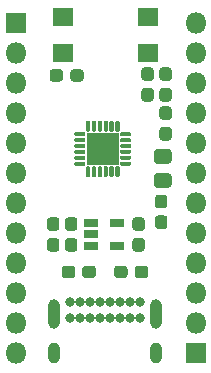
<source format=gbr>
%TF.GenerationSoftware,KiCad,Pcbnew,5.1.6+dfsg1-1~bpo10+1*%
%TF.CreationDate,2020-06-11T12:11:48-07:00*%
%TF.ProjectId,samd11d14_usb-c,73616d64-3131-4643-9134-5f7573622d63,rev?*%
%TF.SameCoordinates,Original*%
%TF.FileFunction,Soldermask,Top*%
%TF.FilePolarity,Negative*%
%FSLAX46Y46*%
G04 Gerber Fmt 4.6, Leading zero omitted, Abs format (unit mm)*
G04 Created by KiCad (PCBNEW 5.1.6+dfsg1-1~bpo10+1) date 2020-06-11 12:11:48*
%MOMM*%
%LPD*%
G01*
G04 APERTURE LIST*
%ADD10R,2.701600X2.701600*%
%ADD11R,1.161600X0.751600*%
%ADD12R,1.701600X1.501600*%
%ADD13O,1.801600X1.801600*%
%ADD14R,1.801600X1.801600*%
%ADD15O,1.001600X1.801600*%
%ADD16O,1.001600X2.501600*%
%ADD17C,0.801600*%
G04 APERTURE END LIST*
D10*
%TO.C,U102*%
X116586000Y-104648000D03*
G36*
G01*
X115160200Y-103085900D02*
X115160200Y-102335100D01*
G75*
G02*
X115248100Y-102247200I87900J0D01*
G01*
X115423900Y-102247200D01*
G75*
G02*
X115511800Y-102335100I0J-87900D01*
G01*
X115511800Y-103085900D01*
G75*
G02*
X115423900Y-103173800I-87900J0D01*
G01*
X115248100Y-103173800D01*
G75*
G02*
X115160200Y-103085900I0J87900D01*
G01*
G37*
G36*
G01*
X115660200Y-103085900D02*
X115660200Y-102335100D01*
G75*
G02*
X115748100Y-102247200I87900J0D01*
G01*
X115923900Y-102247200D01*
G75*
G02*
X116011800Y-102335100I0J-87900D01*
G01*
X116011800Y-103085900D01*
G75*
G02*
X115923900Y-103173800I-87900J0D01*
G01*
X115748100Y-103173800D01*
G75*
G02*
X115660200Y-103085900I0J87900D01*
G01*
G37*
G36*
G01*
X116160200Y-103085900D02*
X116160200Y-102335100D01*
G75*
G02*
X116248100Y-102247200I87900J0D01*
G01*
X116423900Y-102247200D01*
G75*
G02*
X116511800Y-102335100I0J-87900D01*
G01*
X116511800Y-103085900D01*
G75*
G02*
X116423900Y-103173800I-87900J0D01*
G01*
X116248100Y-103173800D01*
G75*
G02*
X116160200Y-103085900I0J87900D01*
G01*
G37*
G36*
G01*
X116660200Y-103085900D02*
X116660200Y-102335100D01*
G75*
G02*
X116748100Y-102247200I87900J0D01*
G01*
X116923900Y-102247200D01*
G75*
G02*
X117011800Y-102335100I0J-87900D01*
G01*
X117011800Y-103085900D01*
G75*
G02*
X116923900Y-103173800I-87900J0D01*
G01*
X116748100Y-103173800D01*
G75*
G02*
X116660200Y-103085900I0J87900D01*
G01*
G37*
G36*
G01*
X117160200Y-103085900D02*
X117160200Y-102335100D01*
G75*
G02*
X117248100Y-102247200I87900J0D01*
G01*
X117423900Y-102247200D01*
G75*
G02*
X117511800Y-102335100I0J-87900D01*
G01*
X117511800Y-103085900D01*
G75*
G02*
X117423900Y-103173800I-87900J0D01*
G01*
X117248100Y-103173800D01*
G75*
G02*
X117160200Y-103085900I0J87900D01*
G01*
G37*
G36*
G01*
X117660200Y-103085900D02*
X117660200Y-102335100D01*
G75*
G02*
X117748100Y-102247200I87900J0D01*
G01*
X117923900Y-102247200D01*
G75*
G02*
X118011800Y-102335100I0J-87900D01*
G01*
X118011800Y-103085900D01*
G75*
G02*
X117923900Y-103173800I-87900J0D01*
G01*
X117748100Y-103173800D01*
G75*
G02*
X117660200Y-103085900I0J87900D01*
G01*
G37*
G36*
G01*
X118060200Y-103485900D02*
X118060200Y-103310100D01*
G75*
G02*
X118148100Y-103222200I87900J0D01*
G01*
X118898900Y-103222200D01*
G75*
G02*
X118986800Y-103310100I0J-87900D01*
G01*
X118986800Y-103485900D01*
G75*
G02*
X118898900Y-103573800I-87900J0D01*
G01*
X118148100Y-103573800D01*
G75*
G02*
X118060200Y-103485900I0J87900D01*
G01*
G37*
G36*
G01*
X118060200Y-103985900D02*
X118060200Y-103810100D01*
G75*
G02*
X118148100Y-103722200I87900J0D01*
G01*
X118898900Y-103722200D01*
G75*
G02*
X118986800Y-103810100I0J-87900D01*
G01*
X118986800Y-103985900D01*
G75*
G02*
X118898900Y-104073800I-87900J0D01*
G01*
X118148100Y-104073800D01*
G75*
G02*
X118060200Y-103985900I0J87900D01*
G01*
G37*
G36*
G01*
X118060200Y-104485900D02*
X118060200Y-104310100D01*
G75*
G02*
X118148100Y-104222200I87900J0D01*
G01*
X118898900Y-104222200D01*
G75*
G02*
X118986800Y-104310100I0J-87900D01*
G01*
X118986800Y-104485900D01*
G75*
G02*
X118898900Y-104573800I-87900J0D01*
G01*
X118148100Y-104573800D01*
G75*
G02*
X118060200Y-104485900I0J87900D01*
G01*
G37*
G36*
G01*
X118060200Y-104985900D02*
X118060200Y-104810100D01*
G75*
G02*
X118148100Y-104722200I87900J0D01*
G01*
X118898900Y-104722200D01*
G75*
G02*
X118986800Y-104810100I0J-87900D01*
G01*
X118986800Y-104985900D01*
G75*
G02*
X118898900Y-105073800I-87900J0D01*
G01*
X118148100Y-105073800D01*
G75*
G02*
X118060200Y-104985900I0J87900D01*
G01*
G37*
G36*
G01*
X118060200Y-105485900D02*
X118060200Y-105310100D01*
G75*
G02*
X118148100Y-105222200I87900J0D01*
G01*
X118898900Y-105222200D01*
G75*
G02*
X118986800Y-105310100I0J-87900D01*
G01*
X118986800Y-105485900D01*
G75*
G02*
X118898900Y-105573800I-87900J0D01*
G01*
X118148100Y-105573800D01*
G75*
G02*
X118060200Y-105485900I0J87900D01*
G01*
G37*
G36*
G01*
X118060200Y-105985900D02*
X118060200Y-105810100D01*
G75*
G02*
X118148100Y-105722200I87900J0D01*
G01*
X118898900Y-105722200D01*
G75*
G02*
X118986800Y-105810100I0J-87900D01*
G01*
X118986800Y-105985900D01*
G75*
G02*
X118898900Y-106073800I-87900J0D01*
G01*
X118148100Y-106073800D01*
G75*
G02*
X118060200Y-105985900I0J87900D01*
G01*
G37*
G36*
G01*
X117660200Y-106960900D02*
X117660200Y-106210100D01*
G75*
G02*
X117748100Y-106122200I87900J0D01*
G01*
X117923900Y-106122200D01*
G75*
G02*
X118011800Y-106210100I0J-87900D01*
G01*
X118011800Y-106960900D01*
G75*
G02*
X117923900Y-107048800I-87900J0D01*
G01*
X117748100Y-107048800D01*
G75*
G02*
X117660200Y-106960900I0J87900D01*
G01*
G37*
G36*
G01*
X117160200Y-106960900D02*
X117160200Y-106210100D01*
G75*
G02*
X117248100Y-106122200I87900J0D01*
G01*
X117423900Y-106122200D01*
G75*
G02*
X117511800Y-106210100I0J-87900D01*
G01*
X117511800Y-106960900D01*
G75*
G02*
X117423900Y-107048800I-87900J0D01*
G01*
X117248100Y-107048800D01*
G75*
G02*
X117160200Y-106960900I0J87900D01*
G01*
G37*
G36*
G01*
X116660200Y-106960900D02*
X116660200Y-106210100D01*
G75*
G02*
X116748100Y-106122200I87900J0D01*
G01*
X116923900Y-106122200D01*
G75*
G02*
X117011800Y-106210100I0J-87900D01*
G01*
X117011800Y-106960900D01*
G75*
G02*
X116923900Y-107048800I-87900J0D01*
G01*
X116748100Y-107048800D01*
G75*
G02*
X116660200Y-106960900I0J87900D01*
G01*
G37*
G36*
G01*
X116160200Y-106960900D02*
X116160200Y-106210100D01*
G75*
G02*
X116248100Y-106122200I87900J0D01*
G01*
X116423900Y-106122200D01*
G75*
G02*
X116511800Y-106210100I0J-87900D01*
G01*
X116511800Y-106960900D01*
G75*
G02*
X116423900Y-107048800I-87900J0D01*
G01*
X116248100Y-107048800D01*
G75*
G02*
X116160200Y-106960900I0J87900D01*
G01*
G37*
G36*
G01*
X115660200Y-106960900D02*
X115660200Y-106210100D01*
G75*
G02*
X115748100Y-106122200I87900J0D01*
G01*
X115923900Y-106122200D01*
G75*
G02*
X116011800Y-106210100I0J-87900D01*
G01*
X116011800Y-106960900D01*
G75*
G02*
X115923900Y-107048800I-87900J0D01*
G01*
X115748100Y-107048800D01*
G75*
G02*
X115660200Y-106960900I0J87900D01*
G01*
G37*
G36*
G01*
X115160200Y-106960900D02*
X115160200Y-106210100D01*
G75*
G02*
X115248100Y-106122200I87900J0D01*
G01*
X115423900Y-106122200D01*
G75*
G02*
X115511800Y-106210100I0J-87900D01*
G01*
X115511800Y-106960900D01*
G75*
G02*
X115423900Y-107048800I-87900J0D01*
G01*
X115248100Y-107048800D01*
G75*
G02*
X115160200Y-106960900I0J87900D01*
G01*
G37*
G36*
G01*
X114185200Y-105985900D02*
X114185200Y-105810100D01*
G75*
G02*
X114273100Y-105722200I87900J0D01*
G01*
X115023900Y-105722200D01*
G75*
G02*
X115111800Y-105810100I0J-87900D01*
G01*
X115111800Y-105985900D01*
G75*
G02*
X115023900Y-106073800I-87900J0D01*
G01*
X114273100Y-106073800D01*
G75*
G02*
X114185200Y-105985900I0J87900D01*
G01*
G37*
G36*
G01*
X114185200Y-105485900D02*
X114185200Y-105310100D01*
G75*
G02*
X114273100Y-105222200I87900J0D01*
G01*
X115023900Y-105222200D01*
G75*
G02*
X115111800Y-105310100I0J-87900D01*
G01*
X115111800Y-105485900D01*
G75*
G02*
X115023900Y-105573800I-87900J0D01*
G01*
X114273100Y-105573800D01*
G75*
G02*
X114185200Y-105485900I0J87900D01*
G01*
G37*
G36*
G01*
X114185200Y-104985900D02*
X114185200Y-104810100D01*
G75*
G02*
X114273100Y-104722200I87900J0D01*
G01*
X115023900Y-104722200D01*
G75*
G02*
X115111800Y-104810100I0J-87900D01*
G01*
X115111800Y-104985900D01*
G75*
G02*
X115023900Y-105073800I-87900J0D01*
G01*
X114273100Y-105073800D01*
G75*
G02*
X114185200Y-104985900I0J87900D01*
G01*
G37*
G36*
G01*
X114185200Y-104485900D02*
X114185200Y-104310100D01*
G75*
G02*
X114273100Y-104222200I87900J0D01*
G01*
X115023900Y-104222200D01*
G75*
G02*
X115111800Y-104310100I0J-87900D01*
G01*
X115111800Y-104485900D01*
G75*
G02*
X115023900Y-104573800I-87900J0D01*
G01*
X114273100Y-104573800D01*
G75*
G02*
X114185200Y-104485900I0J87900D01*
G01*
G37*
G36*
G01*
X114185200Y-103985900D02*
X114185200Y-103810100D01*
G75*
G02*
X114273100Y-103722200I87900J0D01*
G01*
X115023900Y-103722200D01*
G75*
G02*
X115111800Y-103810100I0J-87900D01*
G01*
X115111800Y-103985900D01*
G75*
G02*
X115023900Y-104073800I-87900J0D01*
G01*
X114273100Y-104073800D01*
G75*
G02*
X114185200Y-103985900I0J87900D01*
G01*
G37*
G36*
G01*
X114185200Y-103485900D02*
X114185200Y-103310100D01*
G75*
G02*
X114273100Y-103222200I87900J0D01*
G01*
X115023900Y-103222200D01*
G75*
G02*
X115111800Y-103310100I0J-87900D01*
G01*
X115111800Y-103485900D01*
G75*
G02*
X115023900Y-103573800I-87900J0D01*
G01*
X114273100Y-103573800D01*
G75*
G02*
X114185200Y-103485900I0J87900D01*
G01*
G37*
%TD*%
D11*
%TO.C,U101*%
X117813000Y-110937000D03*
X117813000Y-112837000D03*
X115613000Y-112837000D03*
X115613000Y-111887000D03*
X115613000Y-110937000D03*
%TD*%
D12*
%TO.C,SW101*%
X120440000Y-93496000D03*
X113240000Y-93496000D03*
X120440000Y-96496000D03*
X113240000Y-96496000D03*
%TD*%
%TO.C,R106*%
G36*
G01*
X121276100Y-110281200D02*
X121801900Y-110281200D01*
G75*
G02*
X122064800Y-110544100I0J-262900D01*
G01*
X122064800Y-111169900D01*
G75*
G02*
X121801900Y-111432800I-262900J0D01*
G01*
X121276100Y-111432800D01*
G75*
G02*
X121013200Y-111169900I0J262900D01*
G01*
X121013200Y-110544100D01*
G75*
G02*
X121276100Y-110281200I262900J0D01*
G01*
G37*
G36*
G01*
X121276100Y-108531200D02*
X121801900Y-108531200D01*
G75*
G02*
X122064800Y-108794100I0J-262900D01*
G01*
X122064800Y-109419900D01*
G75*
G02*
X121801900Y-109682800I-262900J0D01*
G01*
X121276100Y-109682800D01*
G75*
G02*
X121013200Y-109419900I0J262900D01*
G01*
X121013200Y-108794100D01*
G75*
G02*
X121276100Y-108531200I262900J0D01*
G01*
G37*
%TD*%
%TO.C,R105*%
G36*
G01*
X122182900Y-98887800D02*
X121657100Y-98887800D01*
G75*
G02*
X121394200Y-98624900I0J262900D01*
G01*
X121394200Y-97999100D01*
G75*
G02*
X121657100Y-97736200I262900J0D01*
G01*
X122182900Y-97736200D01*
G75*
G02*
X122445800Y-97999100I0J-262900D01*
G01*
X122445800Y-98624900D01*
G75*
G02*
X122182900Y-98887800I-262900J0D01*
G01*
G37*
G36*
G01*
X122182900Y-100637800D02*
X121657100Y-100637800D01*
G75*
G02*
X121394200Y-100374900I0J262900D01*
G01*
X121394200Y-99749100D01*
G75*
G02*
X121657100Y-99486200I262900J0D01*
G01*
X122182900Y-99486200D01*
G75*
G02*
X122445800Y-99749100I0J-262900D01*
G01*
X122445800Y-100374900D01*
G75*
G02*
X122182900Y-100637800I-262900J0D01*
G01*
G37*
%TD*%
%TO.C,R104*%
G36*
G01*
X122182900Y-102189800D02*
X121657100Y-102189800D01*
G75*
G02*
X121394200Y-101926900I0J262900D01*
G01*
X121394200Y-101301100D01*
G75*
G02*
X121657100Y-101038200I262900J0D01*
G01*
X122182900Y-101038200D01*
G75*
G02*
X122445800Y-101301100I0J-262900D01*
G01*
X122445800Y-101926900D01*
G75*
G02*
X122182900Y-102189800I-262900J0D01*
G01*
G37*
G36*
G01*
X122182900Y-103939800D02*
X121657100Y-103939800D01*
G75*
G02*
X121394200Y-103676900I0J262900D01*
G01*
X121394200Y-103051100D01*
G75*
G02*
X121657100Y-102788200I262900J0D01*
G01*
X122182900Y-102788200D01*
G75*
G02*
X122445800Y-103051100I0J-262900D01*
G01*
X122445800Y-103676900D01*
G75*
G02*
X122182900Y-103939800I-262900J0D01*
G01*
G37*
%TD*%
%TO.C,R103*%
G36*
G01*
X114254800Y-114799100D02*
X114254800Y-115324900D01*
G75*
G02*
X113991900Y-115587800I-262900J0D01*
G01*
X113366100Y-115587800D01*
G75*
G02*
X113103200Y-115324900I0J262900D01*
G01*
X113103200Y-114799100D01*
G75*
G02*
X113366100Y-114536200I262900J0D01*
G01*
X113991900Y-114536200D01*
G75*
G02*
X114254800Y-114799100I0J-262900D01*
G01*
G37*
G36*
G01*
X116004800Y-114799100D02*
X116004800Y-115324900D01*
G75*
G02*
X115741900Y-115587800I-262900J0D01*
G01*
X115116100Y-115587800D01*
G75*
G02*
X114853200Y-115324900I0J262900D01*
G01*
X114853200Y-114799100D01*
G75*
G02*
X115116100Y-114536200I262900J0D01*
G01*
X115741900Y-114536200D01*
G75*
G02*
X116004800Y-114799100I0J-262900D01*
G01*
G37*
%TD*%
%TO.C,R102*%
G36*
G01*
X119298200Y-115324900D02*
X119298200Y-114799100D01*
G75*
G02*
X119561100Y-114536200I262900J0D01*
G01*
X120186900Y-114536200D01*
G75*
G02*
X120449800Y-114799100I0J-262900D01*
G01*
X120449800Y-115324900D01*
G75*
G02*
X120186900Y-115587800I-262900J0D01*
G01*
X119561100Y-115587800D01*
G75*
G02*
X119298200Y-115324900I0J262900D01*
G01*
G37*
G36*
G01*
X117548200Y-115324900D02*
X117548200Y-114799100D01*
G75*
G02*
X117811100Y-114536200I262900J0D01*
G01*
X118436900Y-114536200D01*
G75*
G02*
X118699800Y-114799100I0J-262900D01*
G01*
X118699800Y-115324900D01*
G75*
G02*
X118436900Y-115587800I-262900J0D01*
G01*
X117811100Y-115587800D01*
G75*
G02*
X117548200Y-115324900I0J262900D01*
G01*
G37*
%TD*%
%TO.C,R101*%
G36*
G01*
X112657900Y-111587800D02*
X112132100Y-111587800D01*
G75*
G02*
X111869200Y-111324900I0J262900D01*
G01*
X111869200Y-110699100D01*
G75*
G02*
X112132100Y-110436200I262900J0D01*
G01*
X112657900Y-110436200D01*
G75*
G02*
X112920800Y-110699100I0J-262900D01*
G01*
X112920800Y-111324900D01*
G75*
G02*
X112657900Y-111587800I-262900J0D01*
G01*
G37*
G36*
G01*
X112657900Y-113337800D02*
X112132100Y-113337800D01*
G75*
G02*
X111869200Y-113074900I0J262900D01*
G01*
X111869200Y-112449100D01*
G75*
G02*
X112132100Y-112186200I262900J0D01*
G01*
X112657900Y-112186200D01*
G75*
G02*
X112920800Y-112449100I0J-262900D01*
G01*
X112920800Y-113074900D01*
G75*
G02*
X112657900Y-113337800I-262900J0D01*
G01*
G37*
%TD*%
D13*
%TO.C,J103*%
X124460000Y-93980000D03*
X124460000Y-96520000D03*
X124460000Y-99060000D03*
X124460000Y-101600000D03*
X124460000Y-104140000D03*
X124460000Y-106680000D03*
X124460000Y-109220000D03*
X124460000Y-111760000D03*
X124460000Y-114300000D03*
X124460000Y-116840000D03*
X124460000Y-119380000D03*
D14*
X124460000Y-121920000D03*
%TD*%
D13*
%TO.C,J102*%
X109220000Y-121920000D03*
X109220000Y-119380000D03*
X109220000Y-116840000D03*
X109220000Y-114300000D03*
X109220000Y-111760000D03*
X109220000Y-109220000D03*
X109220000Y-106680000D03*
X109220000Y-104140000D03*
X109220000Y-101600000D03*
X109220000Y-99060000D03*
X109220000Y-96520000D03*
D14*
X109220000Y-93980000D03*
%TD*%
D15*
%TO.C,J101*%
X121092000Y-121962000D03*
X112442000Y-121962000D03*
D16*
X121092000Y-118582000D03*
X112442000Y-118582000D03*
D17*
X117192000Y-118952000D03*
X119742000Y-118952000D03*
X118892000Y-118952000D03*
X118042000Y-118952000D03*
X113792000Y-118952000D03*
X115492000Y-118952000D03*
X116342000Y-118952000D03*
X114642000Y-118952000D03*
X119742000Y-117602000D03*
X118892000Y-117602000D03*
X118042000Y-117602000D03*
X117192000Y-117602000D03*
X116342000Y-117602000D03*
X115492000Y-117602000D03*
X114642000Y-117602000D03*
X113792000Y-117602000D03*
%TD*%
%TO.C,D101*%
G36*
G01*
X122144714Y-105899800D02*
X121187286Y-105899800D01*
G75*
G02*
X120915200Y-105627714I0J272086D01*
G01*
X120915200Y-104920286D01*
G75*
G02*
X121187286Y-104648200I272086J0D01*
G01*
X122144714Y-104648200D01*
G75*
G02*
X122416800Y-104920286I0J-272086D01*
G01*
X122416800Y-105627714D01*
G75*
G02*
X122144714Y-105899800I-272086J0D01*
G01*
G37*
G36*
G01*
X122144714Y-107949800D02*
X121187286Y-107949800D01*
G75*
G02*
X120915200Y-107677714I0J272086D01*
G01*
X120915200Y-106970286D01*
G75*
G02*
X121187286Y-106698200I272086J0D01*
G01*
X122144714Y-106698200D01*
G75*
G02*
X122416800Y-106970286I0J-272086D01*
G01*
X122416800Y-107677714D01*
G75*
G02*
X122144714Y-107949800I-272086J0D01*
G01*
G37*
%TD*%
%TO.C,C104*%
G36*
G01*
X120658900Y-98887800D02*
X120133100Y-98887800D01*
G75*
G02*
X119870200Y-98624900I0J262900D01*
G01*
X119870200Y-97999100D01*
G75*
G02*
X120133100Y-97736200I262900J0D01*
G01*
X120658900Y-97736200D01*
G75*
G02*
X120921800Y-97999100I0J-262900D01*
G01*
X120921800Y-98624900D01*
G75*
G02*
X120658900Y-98887800I-262900J0D01*
G01*
G37*
G36*
G01*
X120658900Y-100637800D02*
X120133100Y-100637800D01*
G75*
G02*
X119870200Y-100374900I0J262900D01*
G01*
X119870200Y-99749100D01*
G75*
G02*
X120133100Y-99486200I262900J0D01*
G01*
X120658900Y-99486200D01*
G75*
G02*
X120921800Y-99749100I0J-262900D01*
G01*
X120921800Y-100374900D01*
G75*
G02*
X120658900Y-100637800I-262900J0D01*
G01*
G37*
%TD*%
%TO.C,C103*%
G36*
G01*
X113837200Y-98687900D02*
X113837200Y-98162100D01*
G75*
G02*
X114100100Y-97899200I262900J0D01*
G01*
X114725900Y-97899200D01*
G75*
G02*
X114988800Y-98162100I0J-262900D01*
G01*
X114988800Y-98687900D01*
G75*
G02*
X114725900Y-98950800I-262900J0D01*
G01*
X114100100Y-98950800D01*
G75*
G02*
X113837200Y-98687900I0J262900D01*
G01*
G37*
G36*
G01*
X112087200Y-98687900D02*
X112087200Y-98162100D01*
G75*
G02*
X112350100Y-97899200I262900J0D01*
G01*
X112975900Y-97899200D01*
G75*
G02*
X113238800Y-98162100I0J-262900D01*
G01*
X113238800Y-98687900D01*
G75*
G02*
X112975900Y-98950800I-262900J0D01*
G01*
X112350100Y-98950800D01*
G75*
G02*
X112087200Y-98687900I0J262900D01*
G01*
G37*
%TD*%
%TO.C,C102*%
G36*
G01*
X119896900Y-111587800D02*
X119371100Y-111587800D01*
G75*
G02*
X119108200Y-111324900I0J262900D01*
G01*
X119108200Y-110699100D01*
G75*
G02*
X119371100Y-110436200I262900J0D01*
G01*
X119896900Y-110436200D01*
G75*
G02*
X120159800Y-110699100I0J-262900D01*
G01*
X120159800Y-111324900D01*
G75*
G02*
X119896900Y-111587800I-262900J0D01*
G01*
G37*
G36*
G01*
X119896900Y-113337800D02*
X119371100Y-113337800D01*
G75*
G02*
X119108200Y-113074900I0J262900D01*
G01*
X119108200Y-112449100D01*
G75*
G02*
X119371100Y-112186200I262900J0D01*
G01*
X119896900Y-112186200D01*
G75*
G02*
X120159800Y-112449100I0J-262900D01*
G01*
X120159800Y-113074900D01*
G75*
G02*
X119896900Y-113337800I-262900J0D01*
G01*
G37*
%TD*%
%TO.C,C101*%
G36*
G01*
X113656100Y-112186200D02*
X114181900Y-112186200D01*
G75*
G02*
X114444800Y-112449100I0J-262900D01*
G01*
X114444800Y-113074900D01*
G75*
G02*
X114181900Y-113337800I-262900J0D01*
G01*
X113656100Y-113337800D01*
G75*
G02*
X113393200Y-113074900I0J262900D01*
G01*
X113393200Y-112449100D01*
G75*
G02*
X113656100Y-112186200I262900J0D01*
G01*
G37*
G36*
G01*
X113656100Y-110436200D02*
X114181900Y-110436200D01*
G75*
G02*
X114444800Y-110699100I0J-262900D01*
G01*
X114444800Y-111324900D01*
G75*
G02*
X114181900Y-111587800I-262900J0D01*
G01*
X113656100Y-111587800D01*
G75*
G02*
X113393200Y-111324900I0J262900D01*
G01*
X113393200Y-110699100D01*
G75*
G02*
X113656100Y-110436200I262900J0D01*
G01*
G37*
%TD*%
M02*

</source>
